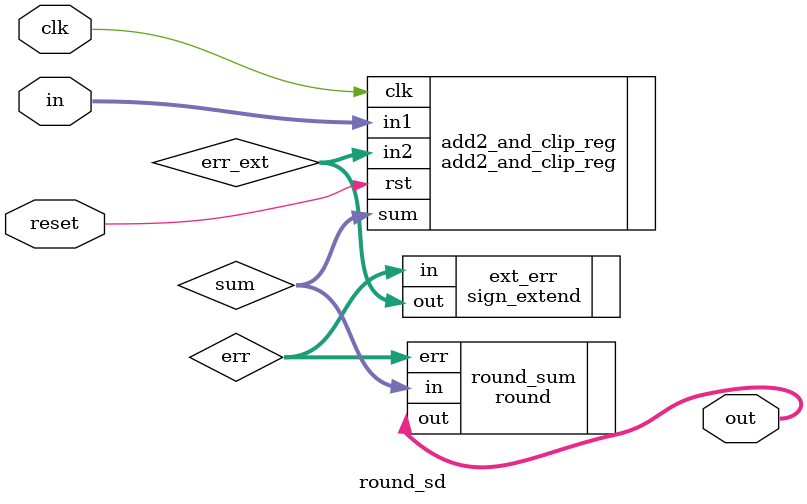
<source format=v>


module round_sd
  #(parameter WIDTH_IN=18,
    parameter WIDTH_OUT=16)
   (input clk, input reset,
    input [WIDTH_IN-1:0] in, output [WIDTH_OUT-1:0] out);

   localparam ERR_WIDTH = WIDTH_IN - WIDTH_OUT + 1;

   wire [ERR_WIDTH-1:0]  err;
   wire [WIDTH_IN-1:0] 	 err_ext, sum;
  
   sign_extend #(.bits_in(ERR_WIDTH),.bits_out(WIDTH_IN)) ext_err (.in(err), .out(err_ext));
   
   add2_and_clip_reg #(.WIDTH(WIDTH_IN)) add2_and_clip_reg
     (.clk(clk), .rst(reset), .in1(in), .in2(err_ext), .sum(sum));
   
   round #(.bits_in(WIDTH_IN),.bits_out(WIDTH_OUT)) round_sum (.in(sum), .out(out), .err(err));
   
endmodule // round_sd

</source>
